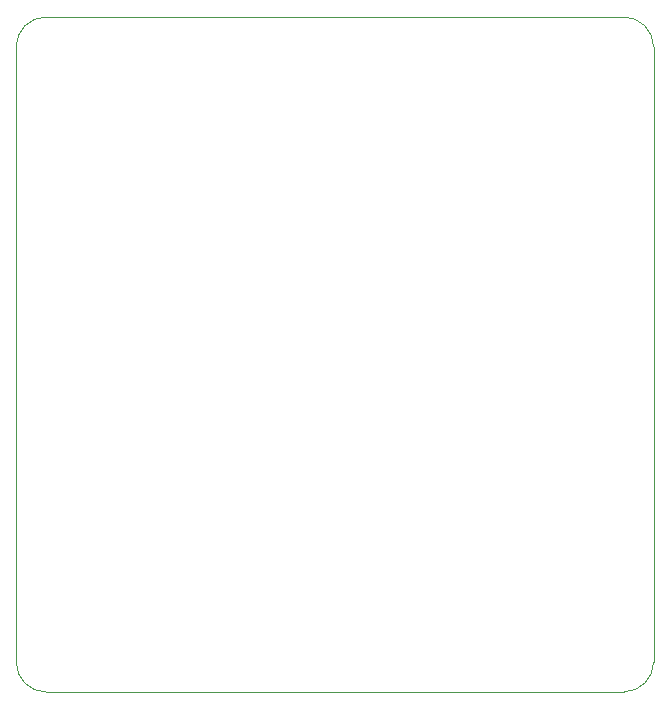
<source format=gko>
G04*
G04 #@! TF.GenerationSoftware,Altium Limited,Altium Designer,20.2.4 (192)*
G04*
G04 Layer_Color=16711935*
%FSLAX25Y25*%
%MOIN*%
G70*
G04*
G04 #@! TF.SameCoordinates,916D3FFB-3ED2-40BB-BA98-F56BCE00B8A7*
G04*
G04*
G04 #@! TF.FilePolarity,Positive*
G04*
G01*
G75*
%ADD55C,0.00100*%
D55*
X10000Y225000D02*
G03*
X0Y215000I0J-10000D01*
G01*
X212500Y215000D02*
G03*
X202500Y225000I-10000J0D01*
G01*
Y0D02*
G03*
X212500Y10000I0J10000D01*
G01*
X0Y10000D02*
G03*
X10000Y0I10000J0D01*
G01*
X0Y10000D02*
Y215000D01*
X10000Y225000D02*
X27500D01*
X178500Y225000D01*
X202500D01*
X212500Y215000D02*
X212500Y205000D01*
X212500Y27000D01*
Y10000D02*
Y27000D01*
X10000Y0D02*
X202500D01*
M02*

</source>
